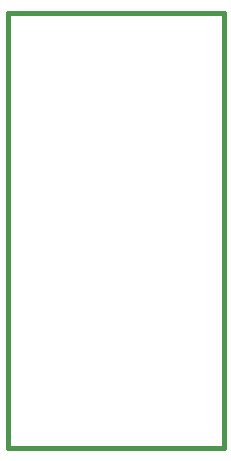
<source format=gbr>
G04 #@! TF.GenerationSoftware,KiCad,Pcbnew,(5.1.5)-3*
G04 #@! TF.CreationDate,2021-08-21T07:51:41-04:00*
G04 #@! TF.ProjectId,NoiseGen,4e6f6973-6547-4656-9e2e-6b696361645f,1*
G04 #@! TF.SameCoordinates,Original*
G04 #@! TF.FileFunction,Profile,NP*
%FSLAX46Y46*%
G04 Gerber Fmt 4.6, Leading zero omitted, Abs format (unit mm)*
G04 Created by KiCad (PCBNEW (5.1.5)-3) date 2021-08-21 07:51:41*
%MOMM*%
%LPD*%
G04 APERTURE LIST*
%ADD10C,0.381000*%
G04 APERTURE END LIST*
D10*
X56662000Y-72148400D02*
X56662000Y-35318400D01*
X74950000Y-72148400D02*
X56662000Y-72148400D01*
X74950000Y-35318400D02*
X74950000Y-72148400D01*
X56662000Y-35318400D02*
X74950000Y-35318400D01*
M02*

</source>
